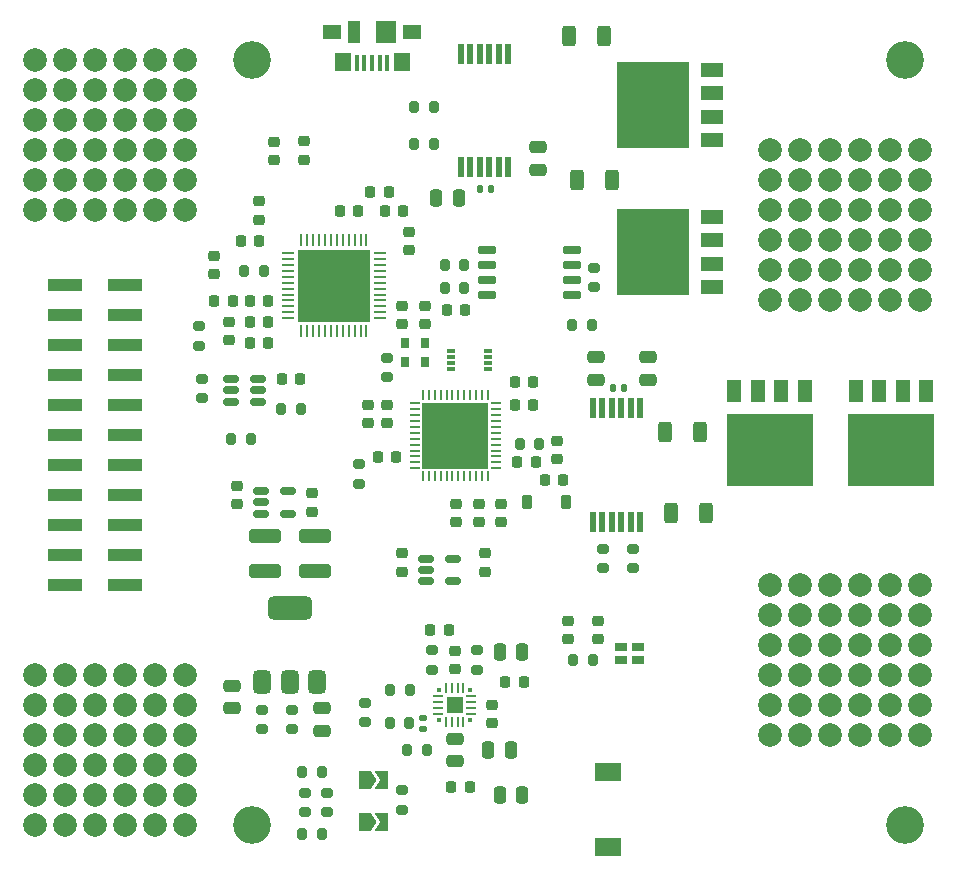
<source format=gbr>
%TF.GenerationSoftware,KiCad,Pcbnew,7.0.10-7.0.10~ubuntu22.04.1*%
%TF.CreationDate,2024-07-09T14:14:33-04:00*%
%TF.ProjectId,IcePSMNR55,49636550-534d-44e5-9235-352e6b696361,rev?*%
%TF.SameCoordinates,Original*%
%TF.FileFunction,Soldermask,Top*%
%TF.FilePolarity,Negative*%
%FSLAX46Y46*%
G04 Gerber Fmt 4.6, Leading zero omitted, Abs format (unit mm)*
G04 Created by KiCad (PCBNEW 7.0.10-7.0.10~ubuntu22.04.1) date 2024-07-09 14:14:33*
%MOMM*%
%LPD*%
G01*
G04 APERTURE LIST*
G04 Aperture macros list*
%AMRoundRect*
0 Rectangle with rounded corners*
0 $1 Rounding radius*
0 $2 $3 $4 $5 $6 $7 $8 $9 X,Y pos of 4 corners*
0 Add a 4 corners polygon primitive as box body*
4,1,4,$2,$3,$4,$5,$6,$7,$8,$9,$2,$3,0*
0 Add four circle primitives for the rounded corners*
1,1,$1+$1,$2,$3*
1,1,$1+$1,$4,$5*
1,1,$1+$1,$6,$7*
1,1,$1+$1,$8,$9*
0 Add four rect primitives between the rounded corners*
20,1,$1+$1,$2,$3,$4,$5,0*
20,1,$1+$1,$4,$5,$6,$7,0*
20,1,$1+$1,$6,$7,$8,$9,0*
20,1,$1+$1,$8,$9,$2,$3,0*%
%AMFreePoly0*
4,1,6,1.000000,0.000000,0.500000,-0.750000,-0.500000,-0.750000,-0.500000,0.750000,0.500000,0.750000,1.000000,0.000000,1.000000,0.000000,$1*%
%AMFreePoly1*
4,1,6,0.500000,-0.750000,-0.650000,-0.750000,-0.150000,0.000000,-0.650000,0.750000,0.500000,0.750000,0.500000,-0.750000,0.500000,-0.750000,$1*%
G04 Aperture macros list end*
%ADD10RoundRect,0.140000X0.170000X-0.140000X0.170000X0.140000X-0.170000X0.140000X-0.170000X-0.140000X0*%
%ADD11RoundRect,0.057150X0.349250X-0.057150X0.349250X0.057150X-0.349250X0.057150X-0.349250X-0.057150X0*%
%ADD12R,0.812800X0.228600*%
%ADD13RoundRect,0.057150X-0.057150X-0.349250X0.057150X-0.349250X0.057150X0.349250X-0.057150X0.349250X0*%
%ADD14R,0.228600X0.812800*%
%ADD15R,1.422400X1.422400*%
%ADD16R,0.381000X0.381000*%
%ADD17RoundRect,0.200000X-0.200000X-0.275000X0.200000X-0.275000X0.200000X0.275000X-0.200000X0.275000X0*%
%ADD18RoundRect,0.062500X-0.375000X-0.062500X0.375000X-0.062500X0.375000X0.062500X-0.375000X0.062500X0*%
%ADD19RoundRect,0.062500X-0.062500X-0.375000X0.062500X-0.375000X0.062500X0.375000X-0.062500X0.375000X0*%
%ADD20R,5.600000X5.600000*%
%ADD21RoundRect,0.225000X-0.250000X0.225000X-0.250000X-0.225000X0.250000X-0.225000X0.250000X0.225000X0*%
%ADD22RoundRect,0.200000X0.200000X0.275000X-0.200000X0.275000X-0.200000X-0.275000X0.200000X-0.275000X0*%
%ADD23C,2.004000*%
%ADD24RoundRect,0.250000X-0.475000X0.250000X-0.475000X-0.250000X0.475000X-0.250000X0.475000X0.250000X0*%
%ADD25RoundRect,0.225000X0.250000X-0.225000X0.250000X0.225000X-0.250000X0.225000X-0.250000X-0.225000X0*%
%ADD26RoundRect,0.150000X-0.512500X-0.150000X0.512500X-0.150000X0.512500X0.150000X-0.512500X0.150000X0*%
%ADD27RoundRect,0.218750X-0.218750X-0.256250X0.218750X-0.256250X0.218750X0.256250X-0.218750X0.256250X0*%
%ADD28R,3.000000X1.000000*%
%ADD29RoundRect,0.250000X1.100000X-0.325000X1.100000X0.325000X-1.100000X0.325000X-1.100000X-0.325000X0*%
%ADD30RoundRect,0.250000X-0.312500X-0.625000X0.312500X-0.625000X0.312500X0.625000X-0.312500X0.625000X0*%
%ADD31RoundRect,0.200000X0.275000X-0.200000X0.275000X0.200000X-0.275000X0.200000X-0.275000X-0.200000X0*%
%ADD32RoundRect,0.218750X0.256250X-0.218750X0.256250X0.218750X-0.256250X0.218750X-0.256250X-0.218750X0*%
%ADD33RoundRect,0.250000X0.475000X-0.250000X0.475000X0.250000X-0.475000X0.250000X-0.475000X-0.250000X0*%
%ADD34RoundRect,0.225000X-0.225000X-0.250000X0.225000X-0.250000X0.225000X0.250000X-0.225000X0.250000X0*%
%ADD35R,0.800000X0.300000*%
%ADD36C,3.200000*%
%ADD37RoundRect,0.250000X-0.250000X-0.475000X0.250000X-0.475000X0.250000X0.475000X-0.250000X0.475000X0*%
%ADD38RoundRect,0.062500X-0.412500X-0.062500X0.412500X-0.062500X0.412500X0.062500X-0.412500X0.062500X0*%
%ADD39RoundRect,0.062500X-0.062500X-0.412500X0.062500X-0.412500X0.062500X0.412500X-0.062500X0.412500X0*%
%ADD40R,6.200000X6.200000*%
%ADD41FreePoly0,0.000000*%
%ADD42FreePoly1,0.000000*%
%ADD43R,1.000000X0.800000*%
%ADD44RoundRect,0.225000X0.225000X0.250000X-0.225000X0.250000X-0.225000X-0.250000X0.225000X-0.250000X0*%
%ADD45R,1.143000X1.828800*%
%ADD46R,7.391400X6.121400*%
%ADD47R,0.600000X1.750000*%
%ADD48RoundRect,0.200000X-0.275000X0.200000X-0.275000X-0.200000X0.275000X-0.200000X0.275000X0.200000X0*%
%ADD49R,1.828800X1.143000*%
%ADD50R,6.121400X7.391400*%
%ADD51RoundRect,0.140000X-0.140000X-0.170000X0.140000X-0.170000X0.140000X0.170000X-0.140000X0.170000X0*%
%ADD52RoundRect,0.225000X-0.225000X-0.375000X0.225000X-0.375000X0.225000X0.375000X-0.225000X0.375000X0*%
%ADD53RoundRect,0.150000X0.650000X0.150000X-0.650000X0.150000X-0.650000X-0.150000X0.650000X-0.150000X0*%
%ADD54RoundRect,0.140000X0.140000X0.170000X-0.140000X0.170000X-0.140000X-0.170000X0.140000X-0.170000X0*%
%ADD55R,0.650000X0.850000*%
%ADD56R,0.450000X1.380000*%
%ADD57R,1.650000X1.300000*%
%ADD58R,1.425000X1.550000*%
%ADD59R,1.800000X1.900000*%
%ADD60R,1.000000X1.900000*%
%ADD61R,2.286000X1.624000*%
%ADD62RoundRect,0.375000X0.375000X-0.625000X0.375000X0.625000X-0.375000X0.625000X-0.375000X-0.625000X0*%
%ADD63RoundRect,0.500000X1.400000X-0.500000X1.400000X0.500000X-1.400000X0.500000X-1.400000X-0.500000X0*%
G04 APERTURE END LIST*
D10*
%TO.C,C47*%
X72290000Y-94760000D03*
X72290000Y-93800000D03*
%TD*%
D11*
%TO.C,U9*%
X73531600Y-91959999D03*
D12*
X73531600Y-92460000D03*
X73531600Y-92960000D03*
D11*
X73531600Y-93460001D03*
D13*
X74179999Y-94108400D03*
D14*
X74680000Y-94108400D03*
X75180000Y-94108400D03*
D13*
X75680001Y-94108400D03*
D11*
X76328400Y-93460001D03*
D12*
X76328400Y-92960000D03*
X76328400Y-92460000D03*
D11*
X76328400Y-91959999D03*
D13*
X75680001Y-91311600D03*
D14*
X75180000Y-91311600D03*
X74680000Y-91311600D03*
D13*
X74179999Y-91311600D03*
D15*
X74930000Y-92710000D03*
D16*
X73621900Y-91401900D03*
X76238100Y-91401900D03*
X73621900Y-94018100D03*
X76238100Y-94018100D03*
%TD*%
D17*
%TO.C,R9*%
X56012500Y-70200000D03*
X57662500Y-70200000D03*
%TD*%
D18*
%TO.C,U1*%
X71557500Y-67165000D03*
X71557500Y-67665000D03*
X71557500Y-68165000D03*
X71557500Y-68665000D03*
X71557500Y-69165000D03*
X71557500Y-69665000D03*
X71557500Y-70165000D03*
X71557500Y-70665000D03*
X71557500Y-71165000D03*
X71557500Y-71665000D03*
X71557500Y-72165000D03*
X71557500Y-72665000D03*
D19*
X72245000Y-73352500D03*
X72745000Y-73352500D03*
X73245000Y-73352500D03*
X73745000Y-73352500D03*
X74245000Y-73352500D03*
X74745000Y-73352500D03*
X75245000Y-73352500D03*
X75745000Y-73352500D03*
X76245000Y-73352500D03*
X76745000Y-73352500D03*
X77245000Y-73352500D03*
X77745000Y-73352500D03*
D18*
X78432500Y-72665000D03*
X78432500Y-72165000D03*
X78432500Y-71665000D03*
X78432500Y-71165000D03*
X78432500Y-70665000D03*
X78432500Y-70165000D03*
X78432500Y-69665000D03*
X78432500Y-69165000D03*
X78432500Y-68665000D03*
X78432500Y-68165000D03*
X78432500Y-67665000D03*
X78432500Y-67165000D03*
D19*
X77745000Y-66477500D03*
X77245000Y-66477500D03*
X76745000Y-66477500D03*
X76245000Y-66477500D03*
X75745000Y-66477500D03*
X75245000Y-66477500D03*
X74745000Y-66477500D03*
X74245000Y-66477500D03*
X73745000Y-66477500D03*
X73245000Y-66477500D03*
X72745000Y-66477500D03*
X72245000Y-66477500D03*
D20*
X74995000Y-69915000D03*
%TD*%
D21*
%TO.C,C4*%
X75057000Y-75666000D03*
X75057000Y-77216000D03*
%TD*%
D22*
%TO.C,R6*%
X58770000Y-55940000D03*
X57120000Y-55940000D03*
%TD*%
D23*
%TO.C,M4*%
X101600000Y-45720000D03*
X104140000Y-45720000D03*
X106680000Y-45720000D03*
X109220000Y-45720000D03*
X111760000Y-45720000D03*
X114300000Y-45720000D03*
X114300000Y-48260000D03*
X111760000Y-48260000D03*
X109220000Y-48260000D03*
X106680000Y-48260000D03*
X104140000Y-48260000D03*
X101600000Y-48260000D03*
X101600000Y-50800000D03*
X104140000Y-50800000D03*
X106680000Y-50800000D03*
X109220000Y-50800000D03*
X111760000Y-50800000D03*
X114300000Y-50800000D03*
X114300000Y-53340000D03*
X111760000Y-53340000D03*
X109220000Y-53340000D03*
X106680000Y-53340000D03*
X104140000Y-53340000D03*
X101600000Y-53340000D03*
X101600000Y-55880000D03*
X104140000Y-55880000D03*
X106680000Y-55880000D03*
X109220000Y-55880000D03*
X111760000Y-55880000D03*
X114300000Y-55880000D03*
X114300000Y-58420000D03*
X111760000Y-58420000D03*
X109220000Y-58420000D03*
X106680000Y-58420000D03*
X104140000Y-58420000D03*
X101600000Y-58420000D03*
%TD*%
D24*
%TO.C,C21*%
X86893900Y-63277500D03*
X86893900Y-65177500D03*
%TD*%
D22*
%TO.C,R27*%
X71105000Y-94240000D03*
X69455000Y-94240000D03*
%TD*%
D25*
%TO.C,C34*%
X70485000Y-81420000D03*
X70485000Y-79870000D03*
%TD*%
D26*
%TO.C,U7*%
X72522500Y-80330000D03*
X72522500Y-81280000D03*
X72522500Y-82230000D03*
X74797500Y-82230000D03*
X74797500Y-80330000D03*
%TD*%
D27*
%TO.C,FB2*%
X54580000Y-58480000D03*
X56155000Y-58480000D03*
%TD*%
D28*
%TO.C,J2*%
X46990000Y-57150000D03*
X41950000Y-57150000D03*
X46990000Y-59690000D03*
X41950000Y-59690000D03*
X46990000Y-62230000D03*
X41950000Y-62230000D03*
X46990000Y-64770000D03*
X41950000Y-64770000D03*
X46990000Y-67310000D03*
X41950000Y-67310000D03*
X46990000Y-69850000D03*
X41950000Y-69850000D03*
X46990000Y-72390000D03*
X41950000Y-72390000D03*
X46990000Y-74930000D03*
X41950000Y-74930000D03*
X46990000Y-77470000D03*
X41950000Y-77470000D03*
X46990000Y-80010000D03*
X41950000Y-80010000D03*
X46990000Y-82550000D03*
X41950000Y-82550000D03*
%TD*%
D17*
%TO.C,R16*%
X84976200Y-88900000D03*
X86626200Y-88900000D03*
%TD*%
D29*
%TO.C,C37*%
X58885000Y-81355000D03*
X58885000Y-78405000D03*
%TD*%
D30*
%TO.C,R10*%
X96204500Y-76454000D03*
X93279500Y-76454000D03*
%TD*%
D31*
%TO.C,R12*%
X53502500Y-66740000D03*
X53502500Y-65090000D03*
%TD*%
D25*
%TO.C,C8*%
X71090000Y-54175000D03*
X71090000Y-52625000D03*
%TD*%
D32*
%TO.C,FB1*%
X58390000Y-51647500D03*
X58390000Y-50072500D03*
%TD*%
D33*
%TO.C,C29*%
X91338900Y-65177500D03*
X91338900Y-63277500D03*
%TD*%
D34*
%TO.C,C46*%
X74650000Y-99695000D03*
X76200000Y-99695000D03*
%TD*%
D21*
%TO.C,C31*%
X62865000Y-74790000D03*
X62865000Y-76340000D03*
%TD*%
D22*
%TO.C,R24*%
X72580000Y-96520000D03*
X70930000Y-96520000D03*
%TD*%
D35*
%TO.C,U4*%
X74650000Y-62750000D03*
X74650000Y-63250000D03*
X74650000Y-63750000D03*
X74650000Y-64250000D03*
X77750000Y-64250000D03*
X77750000Y-63750000D03*
X77750000Y-63250000D03*
X77750000Y-62750000D03*
%TD*%
D36*
%TO.C,H1*%
X57785000Y-102870000D03*
%TD*%
D33*
%TO.C,C40*%
X56120000Y-93000000D03*
X56120000Y-91100000D03*
%TD*%
D37*
%TO.C,C41*%
X78740000Y-88265000D03*
X80640000Y-88265000D03*
%TD*%
D34*
%TO.C,C7*%
X67805000Y-49276000D03*
X69355000Y-49276000D03*
%TD*%
D38*
%TO.C,U2*%
X60835000Y-54460000D03*
X60835000Y-54960000D03*
X60835000Y-55460000D03*
X60835000Y-55960000D03*
X60835000Y-56460000D03*
X60835000Y-56960000D03*
X60835000Y-57460000D03*
X60835000Y-57960000D03*
X60835000Y-58460000D03*
X60835000Y-58960000D03*
X60835000Y-59460000D03*
X60835000Y-59960000D03*
D39*
X61960000Y-61085000D03*
X62460000Y-61085000D03*
X62960000Y-61085000D03*
X63460000Y-61085000D03*
X63960000Y-61085000D03*
X64460000Y-61085000D03*
X64960000Y-61085000D03*
X65460000Y-61085000D03*
X65960000Y-61085000D03*
X66460000Y-61085000D03*
X66960000Y-61085000D03*
X67460000Y-61085000D03*
D38*
X68585000Y-59960000D03*
X68585000Y-59460000D03*
X68585000Y-58960000D03*
X68585000Y-58460000D03*
X68585000Y-57960000D03*
X68585000Y-57460000D03*
X68585000Y-56960000D03*
X68585000Y-56460000D03*
X68585000Y-55960000D03*
X68585000Y-55460000D03*
X68585000Y-54960000D03*
X68585000Y-54460000D03*
D39*
X67460000Y-53335000D03*
X66960000Y-53335000D03*
X66460000Y-53335000D03*
X65960000Y-53335000D03*
X65460000Y-53335000D03*
X64960000Y-53335000D03*
X64460000Y-53335000D03*
X63960000Y-53335000D03*
X63460000Y-53335000D03*
X62960000Y-53335000D03*
X62460000Y-53335000D03*
X61960000Y-53335000D03*
D40*
X64710000Y-57210000D03*
%TD*%
D25*
%TO.C,C51*%
X74930000Y-89675000D03*
X74930000Y-88125000D03*
%TD*%
D41*
%TO.C,R33*%
X67310000Y-102610000D03*
D42*
X68760000Y-102610000D03*
%TD*%
D17*
%TO.C,R26*%
X84900000Y-60579000D03*
X86550000Y-60579000D03*
%TD*%
D26*
%TO.C,U6*%
X58552500Y-74615000D03*
X58552500Y-75565000D03*
X58552500Y-76515000D03*
X60827500Y-76515000D03*
X60827500Y-74615000D03*
%TD*%
D31*
%TO.C,R13*%
X90068900Y-81117500D03*
X90068900Y-79467500D03*
%TD*%
%TO.C,R7*%
X53310000Y-62290000D03*
X53310000Y-60640000D03*
%TD*%
D43*
%TO.C,D2*%
X88976200Y-87800000D03*
X90476200Y-87800000D03*
X90476200Y-88900000D03*
X88976200Y-88900000D03*
%TD*%
D37*
%TO.C,C44*%
X77790000Y-96520000D03*
X79690000Y-96520000D03*
%TD*%
D22*
%TO.C,R21*%
X75755000Y-55499000D03*
X74105000Y-55499000D03*
%TD*%
D44*
%TO.C,C18*%
X66785000Y-50860000D03*
X65235000Y-50860000D03*
%TD*%
D25*
%TO.C,C15*%
X69240400Y-68847000D03*
X69240400Y-67297000D03*
%TD*%
%TO.C,C35*%
X87071200Y-87135000D03*
X87071200Y-85585000D03*
%TD*%
D31*
%TO.C,R35*%
X64135000Y-101790000D03*
X64135000Y-100140000D03*
%TD*%
D45*
%TO.C,Q3*%
X114870999Y-66128900D03*
X112870998Y-66128900D03*
X110870999Y-66128900D03*
X108870998Y-66128900D03*
D46*
X111871000Y-71120000D03*
%TD*%
D22*
%TO.C,R23*%
X71120000Y-91440000D03*
X69470000Y-91440000D03*
%TD*%
D47*
%TO.C,IC2*%
X86646000Y-77190000D03*
X87446000Y-77190000D03*
X88246000Y-77190000D03*
X89046000Y-77190000D03*
X89846000Y-77190000D03*
X90646000Y-77190000D03*
X90646000Y-67590000D03*
X89846000Y-67590000D03*
X89046000Y-67590000D03*
X88246000Y-67590000D03*
X87446000Y-67590000D03*
X86646000Y-67590000D03*
%TD*%
D48*
%TO.C,R19*%
X58660000Y-93130000D03*
X58660000Y-94780000D03*
%TD*%
D25*
%TO.C,C43*%
X78105000Y-94260000D03*
X78105000Y-92710000D03*
%TD*%
D48*
%TO.C,R29*%
X67310000Y-92520000D03*
X67310000Y-94170000D03*
%TD*%
D49*
%TO.C,Q1*%
X96685100Y-57355999D03*
X96685100Y-55355998D03*
X96685100Y-53355999D03*
X96685100Y-51355998D03*
D50*
X91694000Y-54356000D03*
%TD*%
D51*
%TO.C,C22*%
X88318900Y-65878500D03*
X89278900Y-65878500D03*
%TD*%
D32*
%TO.C,FB3*%
X62200000Y-46567500D03*
X62200000Y-44992500D03*
%TD*%
D52*
%TO.C,D1*%
X81030000Y-75565000D03*
X84330000Y-75565000D03*
%TD*%
D24*
%TO.C,C13*%
X81985000Y-45507200D03*
X81985000Y-47407200D03*
%TD*%
D44*
%TO.C,C49*%
X75845000Y-59309000D03*
X74295000Y-59309000D03*
%TD*%
D34*
%TO.C,C42*%
X79235000Y-90805000D03*
X80785000Y-90805000D03*
%TD*%
D23*
%TO.C,M3*%
X101600000Y-82550000D03*
X104140000Y-82550000D03*
X106680000Y-82550000D03*
X109220000Y-82550000D03*
X111760000Y-82550000D03*
X114300000Y-82550000D03*
X114300000Y-85090000D03*
X111760000Y-85090000D03*
X109220000Y-85090000D03*
X106680000Y-85090000D03*
X104140000Y-85090000D03*
X101600000Y-85090000D03*
X101600000Y-87630000D03*
X104140000Y-87630000D03*
X106680000Y-87630000D03*
X109220000Y-87630000D03*
X111760000Y-87630000D03*
X114300000Y-87630000D03*
X114300000Y-90170000D03*
X111760000Y-90170000D03*
X109220000Y-90170000D03*
X106680000Y-90170000D03*
X104140000Y-90170000D03*
X101600000Y-90170000D03*
X101600000Y-92710000D03*
X104140000Y-92710000D03*
X106680000Y-92710000D03*
X109220000Y-92710000D03*
X111760000Y-92710000D03*
X114300000Y-92710000D03*
X114300000Y-95250000D03*
X111760000Y-95250000D03*
X109220000Y-95250000D03*
X106680000Y-95250000D03*
X104140000Y-95250000D03*
X101600000Y-95250000D03*
%TD*%
D44*
%TO.C,C10*%
X59165000Y-62036000D03*
X57615000Y-62036000D03*
%TD*%
D34*
%TO.C,C23*%
X60317500Y-65120000D03*
X61867500Y-65120000D03*
%TD*%
D25*
%TO.C,C16*%
X67564000Y-68847000D03*
X67564000Y-67297000D03*
%TD*%
D17*
%TO.C,R8*%
X60267500Y-67660000D03*
X61917500Y-67660000D03*
%TD*%
D31*
%TO.C,R28*%
X73025000Y-89725000D03*
X73025000Y-88075000D03*
%TD*%
D45*
%TO.C,Q4*%
X104599999Y-66128900D03*
X102599998Y-66128900D03*
X100599999Y-66128900D03*
X98599998Y-66128900D03*
D46*
X101600000Y-71120000D03*
%TD*%
D41*
%TO.C,R32*%
X67310000Y-99060000D03*
D42*
X68760000Y-99060000D03*
%TD*%
D31*
%TO.C,R34*%
X62230000Y-101790000D03*
X62230000Y-100140000D03*
%TD*%
%TO.C,R11*%
X87528900Y-81117500D03*
X87528900Y-79467500D03*
%TD*%
D49*
%TO.C,Q2*%
X96685100Y-44909999D03*
X96685100Y-42909998D03*
X96685100Y-40909999D03*
X96685100Y-38909998D03*
D50*
X91694000Y-41910000D03*
%TD*%
D44*
%TO.C,C27*%
X84090000Y-73660000D03*
X82540000Y-73660000D03*
%TD*%
D17*
%TO.C,R31*%
X62040000Y-98425000D03*
X63690000Y-98425000D03*
%TD*%
D36*
%TO.C,H2*%
X57785000Y-38100000D03*
%TD*%
D31*
%TO.C,R22*%
X86741000Y-57352200D03*
X86741000Y-55702200D03*
%TD*%
D34*
%TO.C,C19*%
X69045000Y-50860000D03*
X70595000Y-50860000D03*
%TD*%
D21*
%TO.C,C3*%
X76962000Y-75666000D03*
X76962000Y-77216000D03*
%TD*%
D25*
%TO.C,C36*%
X70485000Y-60465000D03*
X70485000Y-58915000D03*
%TD*%
D21*
%TO.C,C2*%
X54580000Y-54670000D03*
X54580000Y-56220000D03*
%TD*%
D36*
%TO.C,H4*%
X113030000Y-102870000D03*
%TD*%
D53*
%TO.C,U10*%
X84880000Y-58039000D03*
X84880000Y-56769000D03*
X84880000Y-55499000D03*
X84880000Y-54229000D03*
X77680000Y-54229000D03*
X77680000Y-55499000D03*
X77680000Y-56769000D03*
X77680000Y-58039000D03*
%TD*%
D32*
%TO.C,D3*%
X84531200Y-87147500D03*
X84531200Y-85572500D03*
%TD*%
D48*
%TO.C,R18*%
X61200000Y-93130000D03*
X61200000Y-94780000D03*
%TD*%
D54*
%TO.C,C14*%
X78020000Y-48997200D03*
X77060000Y-48997200D03*
%TD*%
D24*
%TO.C,C39*%
X63740000Y-93005000D03*
X63740000Y-94905000D03*
%TD*%
D21*
%TO.C,C28*%
X78867000Y-75666000D03*
X78867000Y-77216000D03*
%TD*%
D44*
%TO.C,C9*%
X59165000Y-60258000D03*
X57615000Y-60258000D03*
%TD*%
D17*
%TO.C,R36*%
X62040000Y-103639000D03*
X63690000Y-103639000D03*
%TD*%
D37*
%TO.C,C48*%
X78740000Y-100330000D03*
X80640000Y-100330000D03*
%TD*%
D55*
%TO.C,U5*%
X70740000Y-63640000D03*
X72390000Y-63640000D03*
X72390000Y-62090000D03*
X70740000Y-62090000D03*
%TD*%
D25*
%TO.C,C33*%
X56515000Y-75705000D03*
X56515000Y-74155000D03*
%TD*%
D44*
%TO.C,C1*%
X58390000Y-53400000D03*
X56840000Y-53400000D03*
%TD*%
D25*
%TO.C,C30*%
X72390000Y-60465000D03*
X72390000Y-58915000D03*
%TD*%
D17*
%TO.C,R3*%
X71526400Y-42062400D03*
X73176400Y-42062400D03*
%TD*%
%TO.C,R4*%
X71526400Y-45237400D03*
X73176400Y-45237400D03*
%TD*%
D44*
%TO.C,C26*%
X69993000Y-71745000D03*
X68443000Y-71745000D03*
%TD*%
D25*
%TO.C,C32*%
X77470000Y-81420000D03*
X77470000Y-79870000D03*
%TD*%
D44*
%TO.C,C11*%
X59165000Y-58480000D03*
X57615000Y-58480000D03*
%TD*%
D56*
%TO.C,J1*%
X69245000Y-38356600D03*
X68595000Y-38356600D03*
X67945000Y-38356600D03*
X67295000Y-38356600D03*
X66645000Y-38356600D03*
D57*
X71320000Y-35696600D03*
D58*
X70432500Y-38271600D03*
D59*
X69095000Y-35696600D03*
D60*
X66395000Y-35696600D03*
D58*
X65457500Y-38271600D03*
D57*
X64570000Y-35696600D03*
%TD*%
D47*
%TO.C,IC1*%
X79470000Y-37567200D03*
X78670000Y-37567200D03*
X77870000Y-37567200D03*
X77070000Y-37567200D03*
X76270000Y-37567200D03*
X75470000Y-37567200D03*
X75470000Y-47167200D03*
X76270000Y-47167200D03*
X77070000Y-47167200D03*
X77870000Y-47167200D03*
X78670000Y-47167200D03*
X79470000Y-47167200D03*
%TD*%
D21*
%TO.C,C25*%
X83566000Y-70345000D03*
X83566000Y-71895000D03*
%TD*%
D34*
%TO.C,C6*%
X80000000Y-65405000D03*
X81550000Y-65405000D03*
%TD*%
D30*
%TO.C,R2*%
X85303900Y-48285400D03*
X88228900Y-48285400D03*
%TD*%
D34*
%TO.C,C24*%
X80251000Y-72136000D03*
X81801000Y-72136000D03*
%TD*%
D26*
%TO.C,U3*%
X56012500Y-65120000D03*
X56012500Y-66070000D03*
X56012500Y-67020000D03*
X58287500Y-67020000D03*
X58287500Y-66070000D03*
X58287500Y-65120000D03*
%TD*%
D31*
%TO.C,R1*%
X66805000Y-73980000D03*
X66805000Y-72330000D03*
%TD*%
D22*
%TO.C,R14*%
X82105000Y-70612000D03*
X80455000Y-70612000D03*
%TD*%
D21*
%TO.C,C12*%
X55850000Y-60245000D03*
X55850000Y-61795000D03*
%TD*%
D34*
%TO.C,C50*%
X72885000Y-86360000D03*
X74435000Y-86360000D03*
%TD*%
D23*
%TO.C,M1*%
X39370000Y-38100000D03*
X41910000Y-38100000D03*
X44450000Y-38100000D03*
X46990000Y-38100000D03*
X49530000Y-38100000D03*
X52070000Y-38100000D03*
X52070000Y-40640000D03*
X49530000Y-40640000D03*
X46990000Y-40640000D03*
X44450000Y-40640000D03*
X41910000Y-40640000D03*
X39370000Y-40640000D03*
X39370000Y-43180000D03*
X41910000Y-43180000D03*
X44450000Y-43180000D03*
X46990000Y-43180000D03*
X49530000Y-43180000D03*
X52070000Y-43180000D03*
X52070000Y-45720000D03*
X49530000Y-45720000D03*
X46990000Y-45720000D03*
X44450000Y-45720000D03*
X41910000Y-45720000D03*
X39370000Y-45720000D03*
X39370000Y-48260000D03*
X41910000Y-48260000D03*
X44450000Y-48260000D03*
X46990000Y-48260000D03*
X49530000Y-48260000D03*
X52070000Y-48260000D03*
X52070000Y-50800000D03*
X49530000Y-50800000D03*
X46990000Y-50800000D03*
X44450000Y-50800000D03*
X41910000Y-50800000D03*
X39370000Y-50800000D03*
%TD*%
D36*
%TO.C,H3*%
X113030000Y-38100000D03*
%TD*%
D30*
%TO.C,R5*%
X84643500Y-36068000D03*
X87568500Y-36068000D03*
%TD*%
D24*
%TO.C,C45*%
X74930000Y-95570000D03*
X74930000Y-97470000D03*
%TD*%
D34*
%TO.C,C5*%
X80000000Y-67310000D03*
X81550000Y-67310000D03*
%TD*%
D31*
%TO.C,R17*%
X69215000Y-64960000D03*
X69215000Y-63310000D03*
%TD*%
D48*
%TO.C,R30*%
X70485000Y-99950000D03*
X70485000Y-101600000D03*
%TD*%
D22*
%TO.C,R25*%
X75755000Y-57404000D03*
X74105000Y-57404000D03*
%TD*%
D61*
%TO.C,L1*%
X87884000Y-98425000D03*
X87884000Y-104775000D03*
%TD*%
D25*
%TO.C,C17*%
X59660000Y-46555000D03*
X59660000Y-45005000D03*
%TD*%
D62*
%TO.C,U8*%
X58660000Y-90780000D03*
X60960000Y-90780000D03*
D63*
X60960000Y-84480000D03*
D62*
X63260000Y-90780000D03*
%TD*%
D48*
%TO.C,R20*%
X76835000Y-89725000D03*
X76835000Y-88075000D03*
%TD*%
D30*
%TO.C,R15*%
X92771500Y-69596000D03*
X95696500Y-69596000D03*
%TD*%
D29*
%TO.C,C38*%
X63135000Y-81355000D03*
X63135000Y-78405000D03*
%TD*%
D23*
%TO.C,M2*%
X39390000Y-90170000D03*
X41930000Y-90170000D03*
X44470000Y-90170000D03*
X47010000Y-90170000D03*
X49550000Y-90170000D03*
X52090000Y-90170000D03*
X52090000Y-92710000D03*
X49550000Y-92710000D03*
X47010000Y-92710000D03*
X44470000Y-92710000D03*
X41930000Y-92710000D03*
X39390000Y-92710000D03*
X39390000Y-95250000D03*
X41930000Y-95250000D03*
X44470000Y-95250000D03*
X47010000Y-95250000D03*
X49550000Y-95250000D03*
X52090000Y-95250000D03*
X52090000Y-97790000D03*
X49550000Y-97790000D03*
X47010000Y-97790000D03*
X44470000Y-97790000D03*
X41930000Y-97790000D03*
X39390000Y-97790000D03*
X39390000Y-100330000D03*
X41930000Y-100330000D03*
X44470000Y-100330000D03*
X47010000Y-100330000D03*
X49550000Y-100330000D03*
X52090000Y-100330000D03*
X52090000Y-102870000D03*
X49550000Y-102870000D03*
X47010000Y-102870000D03*
X44470000Y-102870000D03*
X41930000Y-102870000D03*
X39390000Y-102870000D03*
%TD*%
D37*
%TO.C,C20*%
X73370400Y-49784000D03*
X75270400Y-49784000D03*
%TD*%
M02*

</source>
